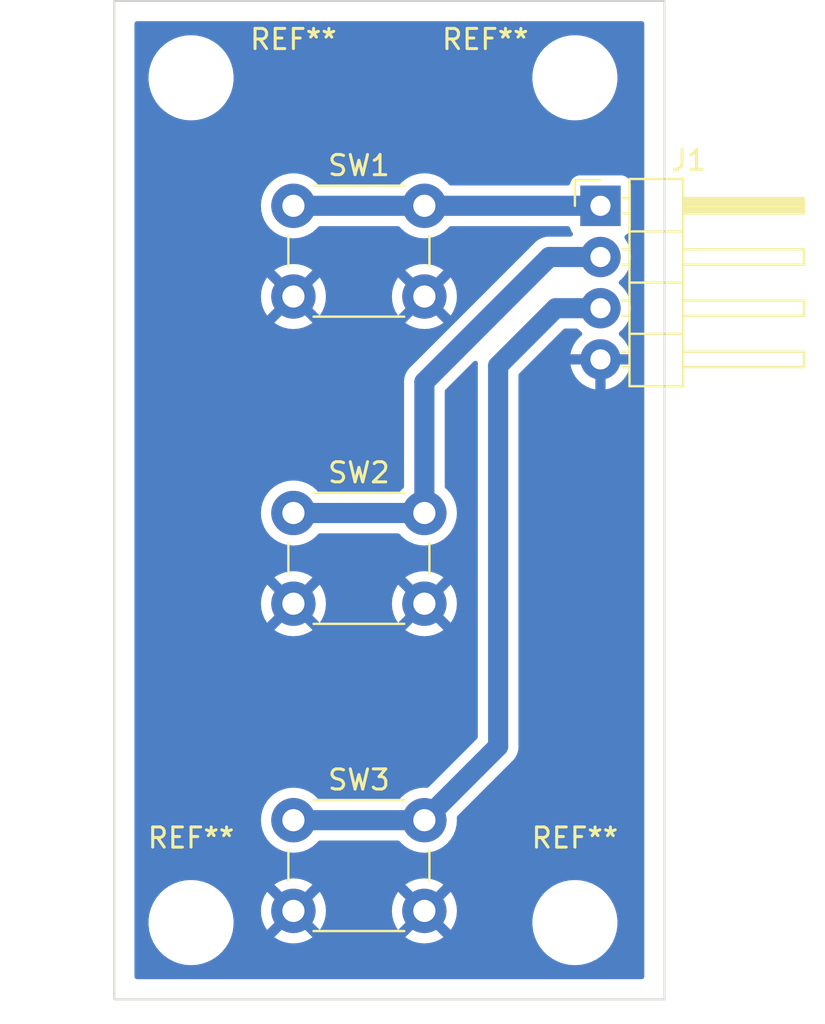
<source format=kicad_pcb>
(kicad_pcb (version 20211014) (generator pcbnew)
  (layers (0 "F.Cu" signal) (31 "B.Cu" signal) (34 "B.Paste" user) (35 "F.Paste" user) (36 "B.SilkS" user "B.Silkscreen") (37 "F.SilkS" user "F.Silkscreen") (38 "B.Mask" user) (39 "F.Mask" user) (44 "Edge.Cuts" user))
  (net 0 "")
  (net 1 "Net-(J1-Pad1)")
  (net 2 "Net-(J1-Pad2)")
  (net 3 "Net-(J1-Pad3)")
  (net 4 "Net-(J1-Pad4)")
  (footprint "Connector_PinHeader_2.54mm:PinHeader_1x04_P2.54mm_Horizontal" (layer "F.Cu") (at 50.8 30.48)
    (fp_text reference "J1" (at 4.385 -2.27) (layer "F.SilkS"))
    (fp_text value "Conn_01x04_Male")
    (fp_line (start 4.1 0.04) (end 10.1 0.04) (layer "F.SilkS") (width 0.12))
    (fp_line (start 1.042929 7.24) (end 1.44 7.24) (layer "F.SilkS") (width 0.12))
    (fp_line (start 4.1 -0.38) (end 10.1 -0.38) (layer "F.SilkS") (width 0.12))
    (fp_line (start -1.27 -1.27) (end 0 -1.27) (layer "F.SilkS") (width 0.12))
    (fp_line (start 10.1 2.92) (end 4.1 2.92) (layer "F.SilkS") (width 0.12))
    (fp_line (start 4.1 -0.08) (end 10.1 -0.08) (layer "F.SilkS") (width 0.12))
    (fp_line (start 4.1 0.16) (end 10.1 0.16) (layer "F.SilkS") (width 0.12))
    (fp_line (start 1.44 -1.33) (end 1.44 8.95) (layer "F.SilkS") (width 0.12))
    (fp_line (start 1.11 0.38) (end 1.44 0.38) (layer "F.SilkS") (width 0.12))
    (fp_line (start 1.44 1.27) (end 4.1 1.27) (layer "F.SilkS") (width 0.12))
    (fp_line (start 1.042929 5.46) (end 1.44 5.46) (layer "F.SilkS") (width 0.12))
    (fp_line (start 10.1 0.38) (end 4.1 0.38) (layer "F.SilkS") (width 0.12))
    (fp_line (start 1.44 8.95) (end 4.1 8.95) (layer "F.SilkS") (width 0.12))
    (fp_line (start 4.1 -0.32) (end 10.1 -0.32) (layer "F.SilkS") (width 0.12))
    (fp_line (start 4.1 7.24) (end 10.1 7.24) (layer "F.SilkS") (width 0.12))
    (fp_line (start 1.11 -0.38) (end 1.44 -0.38) (layer "F.SilkS") (width 0.12))
    (fp_line (start 4.1 0.28) (end 10.1 0.28) (layer "F.SilkS") (width 0.12))
    (fp_line (start 1.44 3.81) (end 4.1 3.81) (layer "F.SilkS") (width 0.12))
    (fp_line (start 10.1 5.46) (end 4.1 5.46) (layer "F.SilkS") (width 0.12))
    (fp_line (start 1.042929 2.92) (end 1.44 2.92) (layer "F.SilkS") (width 0.12))
    (fp_line (start 10.1 8) (end 4.1 8) (layer "F.SilkS") (width 0.12))
    (fp_line (start 1.042929 8) (end 1.44 8) (layer "F.SilkS") (width 0.12))
    (fp_line (start 4.1 2.16) (end 10.1 2.16) (layer "F.SilkS") (width 0.12))
    (fp_line (start 1.042929 4.7) (end 1.44 4.7) (layer "F.SilkS") (width 0.12))
    (fp_line (start 10.1 7.24) (end 10.1 8) (layer "F.SilkS") (width 0.12))
    (fp_line (start 4.1 4.7) (end 10.1 4.7) (layer "F.SilkS") (width 0.12))
    (fp_line (start 10.1 2.16) (end 10.1 2.92) (layer "F.SilkS") (width 0.12))
    (fp_line (start 4.1 8.95) (end 4.1 -1.33) (layer "F.SilkS") (width 0.12))
    (fp_line (start 10.1 -0.38) (end 10.1 0.38) (layer "F.SilkS") (width 0.12))
    (fp_line (start 1.44 6.35) (end 4.1 6.35) (layer "F.SilkS") (width 0.12))
    (fp_line (start 4.1 -1.33) (end 1.44 -1.33) (layer "F.SilkS") (width 0.12))
    (fp_line (start -1.27 0) (end -1.27 -1.27) (layer "F.SilkS") (width 0.12))
    (fp_line (start 10.1 4.7) (end 10.1 5.46) (layer "F.SilkS") (width 0.12))
    (fp_line (start 1.042929 2.16) (end 1.44 2.16) (layer "F.SilkS") (width 0.12))
    (fp_line (start 4.1 -0.2) (end 10.1 -0.2) (layer "F.SilkS") (width 0.12))
    (pad "1" thru_hole rect (at 0 0) (size 2 2) (drill 1) (layers *.Cu *.Mask) (net 1 "Net-(J1-Pad1)"))
    (pad "2" thru_hole oval (at 0 2.54) (size 2 2) (drill 1) (layers *.Cu *.Mask) (net 2 "Net-(J1-Pad2)"))
    (pad "3" thru_hole oval (at 0 5.08) (size 2 2) (drill 1) (layers *.Cu *.Mask) (net 3 "Net-(J1-Pad3)"))
    (pad "4" thru_hole oval (at 0 7.62) (size 2 2) (drill 1) (layers *.Cu *.Mask) (net 4 "Net-(J1-Pad4)"))
  )
  (footprint "MountingHole:MountingHole_3.2mm_M3" (layer "F.Cu") (at 30.48 66.04)
    (fp_text reference "REF**" (at 0 -4.2) (layer "F.SilkS"))
    (fp_text value "MountingHole_3.2mm_M3")
    (pad "" np_thru_hole circle (at 0 0) (size 3.2 3.2) (drill 3.2) (layers *.Cu *.Mask))
  )
  (footprint "MountingHole:MountingHole_3.2mm_M3" (layer "F.Cu") (at 49.53 66.04)
    (fp_text reference "REF**" (at 0 -4.2) (layer "F.SilkS"))
    (fp_text value "MountingHole_3.2mm_M3")
    (pad "" np_thru_hole circle (at 0 0) (size 3.2 3.2) (drill 3.2) (layers *.Cu *.Mask))
  )
  (footprint "Button_Switch_THT:SW_PUSH_6mm" (layer "F.Cu") (at 35.56 30.48)
    (fp_text reference "SW1" (at 3.25 -2) (layer "F.SilkS"))
    (fp_text value "SW_Push")
    (fp_line (start 6.75 3) (end 6.75 1.5) (layer "F.SilkS") (width 0.12))
    (fp_line (start 5.5 -1) (end 1 -1) (layer "F.SilkS") (width 0.12))
    (fp_line (start 1 5.5) (end 5.5 5.5) (layer "F.SilkS") (width 0.12))
    (fp_line (start -0.25 1.5) (end -0.25 3) (layer "F.SilkS") (width 0.12))
    (pad "1" thru_hole circle (at 6.5 0 90) (size 2.2 2.2) (drill 1.1) (layers *.Cu *.Mask) (net 1 "Net-(J1-Pad1)"))
    (pad "1" thru_hole circle (at 0 0 90) (size 2.2 2.2) (drill 1.1) (layers *.Cu *.Mask) (net 1 "Net-(J1-Pad1)"))
    (pad "2" thru_hole circle (at 6.5 4.5 90) (size 2.2 2.2) (drill 1.1) (layers *.Cu *.Mask) (net 4 "Net-(J1-Pad4)"))
    (pad "2" thru_hole circle (at 0 4.5 90) (size 2.2 2.2) (drill 1.1) (layers *.Cu *.Mask) (net 4 "Net-(J1-Pad4)"))
  )
  (footprint "Button_Switch_THT:SW_PUSH_6mm" (layer "F.Cu") (at 35.56 60.96)
    (fp_text reference "SW3" (at 3.25 -2) (layer "F.SilkS"))
    (fp_text value "SW_Push")
    (fp_line (start 6.75 3) (end 6.75 1.5) (layer "F.SilkS") (width 0.12))
    (fp_line (start 1 5.5) (end 5.5 5.5) (layer "F.SilkS") (width 0.12))
    (fp_line (start -0.25 1.5) (end -0.25 3) (layer "F.SilkS") (width 0.12))
    (fp_line (start 5.5 -1) (end 1 -1) (layer "F.SilkS") (width 0.12))
    (pad "1" thru_hole circle (at 0 0 90) (size 2.2 2.2) (drill 1.1) (layers *.Cu *.Mask) (net 3 "Net-(J1-Pad3)"))
    (pad "1" thru_hole circle (at 6.5 0 90) (size 2.2 2.2) (drill 1.1) (layers *.Cu *.Mask) (net 3 "Net-(J1-Pad3)"))
    (pad "2" thru_hole circle (at 6.5 4.5 90) (size 2.2 2.2) (drill 1.1) (layers *.Cu *.Mask) (net 4 "Net-(J1-Pad4)"))
    (pad "2" thru_hole circle (at 0 4.5 90) (size 2.2 2.2) (drill 1.1) (layers *.Cu *.Mask) (net 4 "Net-(J1-Pad4)"))
  )
  (footprint "MountingHole:MountingHole_3.2mm_M3" (layer "F.Cu") (at 30.48 24.13)
    (fp_text reference "REF**" (at 5.08 -1.905) (layer "F.SilkS"))
    (fp_text value "MountingHole_3.2mm_M3")
    (pad "" np_thru_hole circle (at 0 0) (size 3.2 3.2) (drill 3.2) (layers *.Cu *.Mask))
  )
  (footprint "Button_Switch_THT:SW_PUSH_6mm" (layer "F.Cu") (at 35.56 45.72)
    (fp_text reference "SW2" (at 3.25 -2) (layer "F.SilkS"))
    (fp_text value "SW_Push")
    (fp_line (start 1 5.5) (end 5.5 5.5) (layer "F.SilkS") (width 0.12))
    (fp_line (start 5.5 -1) (end 1 -1) (layer "F.SilkS") (width 0.12))
    (fp_line (start 6.75 3) (end 6.75 1.5) (layer "F.SilkS") (width 0.12))
    (fp_line (start -0.25 1.5) (end -0.25 3) (layer "F.SilkS") (width 0.12))
    (pad "1" thru_hole circle (at 0 0 90) (size 2.2 2.2) (drill 1.1) (layers *.Cu *.Mask) (net 2 "Net-(J1-Pad2)"))
    (pad "1" thru_hole circle (at 6.5 0 90) (size 2.2 2.2) (drill 1.1) (layers *.Cu *.Mask "Dwgs.User") (net 2 "Net-(J1-Pad2)"))
    (pad "2" thru_hole circle (at 6.5 4.5 90) (size 2.2 2.2) (drill 1.1) (layers *.Cu *.Mask) (net 4 "Net-(J1-Pad4)"))
    (pad "2" thru_hole circle (at 0 4.5 90) (size 2.2 2.2) (drill 1.1) (layers *.Cu *.Mask) (net 4 "Net-(J1-Pad4)"))
  )
  (footprint "MountingHole:MountingHole_3.2mm_M3" (layer "F.Cu") (at 49.53 24.13)
    (fp_text reference "REF**" (at -4.445 -1.905) (layer "F.SilkS"))
    (fp_text value "MountingHole_3.2mm_M3")
    (pad "" np_thru_hole circle (at 0 0) (size 3.2 3.2) (drill 3.2) (layers *.Cu *.Mask))
  )
  (gr_rect (start 26.67 20.32) (end 53.975 69.85) (layer "Edge.Cuts") (width 0.1) (fill none))
  (segment (start 35.56 30.48) (end 42.06 30.48) (width 1) (layer "B.Cu") (net 1))
  (segment (start 42.06 30.48) (end 50.8 30.48) (width 1) (layer "B.Cu") (net 1))
  (segment (start 35.56 45.72) (end 42.06 45.72) (width 1) (layer "B.Cu") (net 2))
  (segment (start 50.8 33.02) (end 48.26 33.02) (width 1) (layer "B.Cu") (net 2))
  (segment (start 42.06 39.22) (end 42.06 45.72) (width 1) (layer "B.Cu") (net 2))
  (segment (start 48.26 33.02) (end 42.06 39.22) (width 1) (layer "B.Cu") (net 2))
  (segment (start 35.56 60.96) (end 42.06 60.96) (width 1) (layer "B.Cu") (net 3))
  (segment (start 45.72 57.3) (end 45.72 38.4175) (width 1) (layer "B.Cu") (net 3))
  (segment (start 45.72 38.4175) (end 48.5775 35.56) (width 1) (layer "B.Cu") (net 3))
  (segment (start 48.5775 35.56) (end 50.8 35.56) (width 1) (layer "B.Cu") (net 3))
  (segment (start 42.06 60.96) (end 45.72 57.3) (width 1) (layer "B.Cu") (net 3))
  (zone (net 4) (net_name "Net-(J1-Pad4)") (layer "B.Cu") (connect_pads (clearance 0.508)) (min_thickness 0.254) (fill yes (thermal_gap 0.508) (thermal_bridge_width 0.508))
    (polygon (pts (xy 53.975 69.85) (xy 26.67 69.85) (xy 26.67 20.32) (xy 53.975 20.32)))
  )
)
</source>
